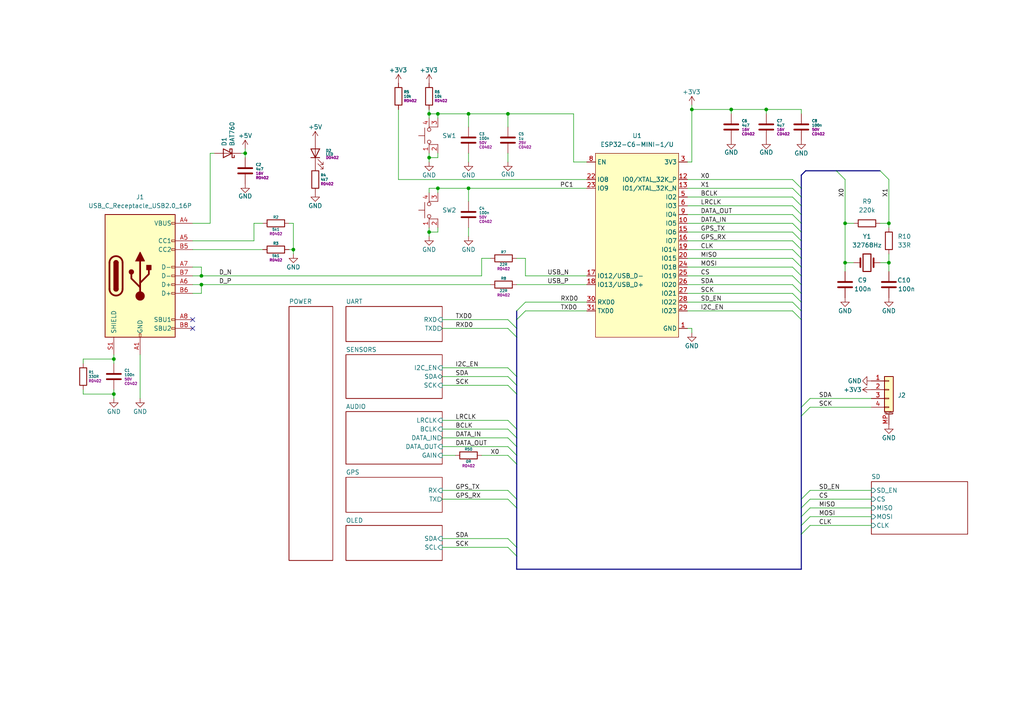
<source format=kicad_sch>
(kicad_sch (version 20250114) (generator "eeschema") (generator_version "9.0")
  (paper "A4")
  (lib_symbols
    (symbol "Connector:USB_C_Receptacle_USB2.0_16P" (pin_names (offset 1.016))
      (property "Reference" "J" (at 0 22.225 0))
      (property "Value" "USB_C_Receptacle_USB2.0_16P" (at 0 19.685 0))
      (symbol "USB_C_Receptacle_USB2.0_16P_0_0"
        (rectangle (start -0.254 -17.78) (end 0.254 -16.764))
        (rectangle (start 10.16 15.494) (end 9.144 14.986))
        (rectangle (start 10.16 10.414) (end 9.144 9.906))
        (rectangle (start 10.16 7.874) (end 9.144 7.366))
        (rectangle (start 10.16 2.794) (end 9.144 2.286))
        (rectangle (start 10.16 0.254) (end 9.144 -0.254))
        (rectangle (start 10.16 -2.286) (end 9.144 -2.794))
        (rectangle (start 10.16 -4.826) (end 9.144 -5.334))
        (rectangle (start 10.16 -12.446) (end 9.144 -12.954))
        (rectangle (start 10.16 -14.986) (end 9.144 -15.494))
      )
      (symbol "USB_C_Receptacle_USB2.0_16P_0_1"
        (rectangle (start -10.16 17.78) (end 10.16 -17.78) (stroke (width 0.254)) (fill (type background)))
        (polyline (pts (xy -8.89 -3.81) (xy -8.89 3.81)) (stroke (width 0.508)))
        (rectangle (start -7.62 -3.81) (end -6.35 3.81) (stroke (width 0.254)) (fill (type outline)))
        (arc (start -7.62 3.81) (mid -6.985 4.4423) (end -6.35 3.81) (stroke (width 0.254)))
        (arc (start -7.62 3.81) (mid -6.985 4.4423) (end -6.35 3.81) (stroke (width 0.254)) (fill (type outline)))
        (arc (start -8.89 3.81) (mid -6.985 5.7067) (end -5.08 3.81) (stroke (width 0.508)))
        (arc (start -5.08 -3.81) (mid -6.985 -5.7067) (end -8.89 -3.81) (stroke (width 0.508)))
        (arc (start -6.35 -3.81) (mid -6.985 -4.4423) (end -7.62 -3.81) (stroke (width 0.254)))
        (arc (start -6.35 -3.81) (mid -6.985 -4.4423) (end -7.62 -3.81) (stroke (width 0.254)) (fill (type outline)))
        (polyline (pts (xy -5.08 3.81) (xy -5.08 -3.81)) (stroke (width 0.508)))
        (circle (center -2.54 1.143) (radius 0.635) (stroke (width 0.254)) (fill (type outline)))
        (polyline (pts (xy -1.27 4.318) (xy 0 6.858) (xy 1.27 4.318) (xy -1.27 4.318)) (stroke (width 0.254)) (fill (type outline)))
        (polyline (pts (xy 0 -2.032) (xy 2.54 0.508) (xy 2.54 1.778)) (stroke (width 0.508)))
        (polyline (pts (xy 0 -3.302) (xy -2.54 -0.762) (xy -2.54 0.508)) (stroke (width 0.508)))
        (polyline (pts (xy 0 -5.842) (xy 0 4.318)) (stroke (width 0.508)))
        (circle (center 0 -5.842) (radius 1.27) (fill (type outline)))
        (rectangle (start 1.905 1.778) (end 3.175 3.048) (stroke (width 0.254)) (fill (type outline)))
      )
      (symbol "USB_C_Receptacle_USB2.0_16P_1_1"
        (pin passive line (at -7.62 -22.86 90) (length 5.08) (name "SHIELD") (number "S1"))
        (pin passive line (at 0 -22.86 90) (length 5.08) (name "GND") (number "A1"))
        (pin passive line (at 0 -22.86 90) (length 5.08) (hide yes) (name "GND") (number "A12"))
        (pin passive line (at 0 -22.86 90) (length 5.08) (hide yes) (name "GND") (number "B1"))
        (pin passive line (at 0 -22.86 90) (length 5.08) (hide yes) (name "GND") (number "B12"))
        (pin passive line (at 15.24 15.24 180) (length 5.08) (name "VBUS") (number "A4"))
        (pin passive line (at 15.24 15.24 180) (length 5.08) (hide yes) (name "VBUS") (number "A9"))
        (pin passive line (at 15.24 15.24 180) (length 5.08) (hide yes) (name "VBUS") (number "B4"))
        (pin passive line (at 15.24 15.24 180) (length 5.08) (hide yes) (name "VBUS") (number "B9"))
        (pin bidirectional line (at 15.24 10.16 180) (length 5.08) (name "CC1") (number "A5"))
        (pin bidirectional line (at 15.24 7.62 180) (length 5.08) (name "CC2") (number "B5"))
        (pin bidirectional line (at 15.24 2.54 180) (length 5.08) (name "D-") (number "A7"))
        (pin bidirectional line (at 15.24 0 180) (length 5.08) (name "D-") (number "B7"))
        (pin bidirectional line (at 15.24 -2.54 180) (length 5.08) (name "D+") (number "A6"))
        (pin bidirectional line (at 15.24 -5.08 180) (length 5.08) (name "D+") (number "B6"))
        (pin bidirectional line (at 15.24 -12.7 180) (length 5.08) (name "SBU1") (number "A8"))
        (pin bidirectional line (at 15.24 -15.24 180) (length 5.08) (name "SBU2") (number "B8"))
      )
    )
    (symbol "Connector_Generic_MountingPin:Conn_01x04_MountingPin" (pin_names (offset 1.016) (hide yes))
      (property "Reference" "J" (at 0 5.08 0))
      (property "Value" "Conn_01x04_MountingPin" (at 1.27 -7.62 0))
      (symbol "Conn_01x04_MountingPin_1_1"
        (rectangle (start -1.27 3.81) (end 1.27 -6.35) (stroke (width 0.254)) (fill (type background)))
        (rectangle (start -1.27 2.667) (end 0 2.413) (stroke (width 0.1524)))
        (rectangle (start -1.27 0.127) (end 0 -0.127) (stroke (width 0.1524)))
        (rectangle (start -1.27 -2.413) (end 0 -2.667) (stroke (width 0.1524)))
        (rectangle (start -1.27 -4.953) (end 0 -5.207) (stroke (width 0.1524)))
        (polyline (pts (xy -1.016 -7.112) (xy 1.016 -7.112)) (stroke (width 0.1524)))
        (text "Mounting" (at 0 -6.731 0) (effects (font (size 0.381 0.381))))
        (pin passive line (at -5.08 2.54 0) (length 3.81) (name "Pin_1") (number "1"))
        (pin passive line (at -5.08 0 0) (length 3.81) (name "Pin_2") (number "2"))
        (pin passive line (at -5.08 -2.54 0) (length 3.81) (name "Pin_3") (number "3"))
        (pin passive line (at -5.08 -5.08 0) (length 3.81) (name "Pin_4") (number "4"))
        (pin passive line (at 0 -10.16 90) (length 3.048) (name "MountPin") (number "MP"))
      )
    )
    (symbol "Device:C" (pin_numbers (hide yes)) (pin_names (offset 0.254))
      (property "Reference" "C" (at 0.635 2.54 0))
      (property "Value" "C" (at 0.635 -2.54 0))
      (symbol "C_0_1"
        (polyline (pts (xy -2.032 0.762) (xy 2.032 0.762)) (stroke (width 0.508)))
        (polyline (pts (xy -2.032 -0.762) (xy 2.032 -0.762)) (stroke (width 0.508)))
      )
      (symbol "C_1_1"
        (pin passive line (at 0 3.81 270) (length 2.794) (name "~") (number "1"))
        (pin passive line (at 0 -3.81 90) (length 2.794) (name "~") (number "2"))
      )
    )
    (symbol "Device:Crystal" (pin_numbers (hide yes)) (pin_names (offset 1.016) (hide yes))
      (property "Reference" "Y" (at 0 3.81 0))
      (property "Value" "Crystal" (at 0 -3.81 0))
      (symbol "Crystal_0_1"
        (polyline (pts (xy -2.54 0) (xy -1.905 0)))
        (polyline (pts (xy -1.905 -1.27) (xy -1.905 1.27)) (stroke (width 0.508)))
        (rectangle (start -1.143 2.54) (end 1.143 -2.54) (stroke (width 0.3048)))
        (polyline (pts (xy 1.905 -1.27) (xy 1.905 1.27)) (stroke (width 0.508)))
        (polyline (pts (xy 2.54 0) (xy 1.905 0)))
      )
      (symbol "Crystal_1_1"
        (pin passive line (at -3.81 0 0) (length 1.27) (name "1") (number "1"))
        (pin passive line (at 3.81 0 180) (length 1.27) (name "2") (number "2"))
      )
    )
    (symbol "Device:D_Schottky" (pin_numbers (hide yes)) (pin_names (offset 1.016) (hide yes))
      (property "Reference" "D" (at 0 2.54 0))
      (property "Value" "D_Schottky" (at 0 -2.54 0))
      (symbol "D_Schottky_0_1"
        (polyline (pts (xy -1.905 0.635) (xy -1.905 1.27) (xy -1.27 1.27) (xy -1.27 -1.27) (xy -0.635 -1.27) (xy -0.635 -0.635)) (stroke (width 0.254)))
        (polyline (pts (xy 1.27 1.27) (xy 1.27 -1.27) (xy -1.27 0) (xy 1.27 1.27)) (stroke (width 0.254)))
        (polyline (pts (xy 1.27 0) (xy -1.27 0)))
      )
      (symbol "D_Schottky_1_1"
        (pin passive line (at -3.81 0 0) (length 2.54) (name "K") (number "1"))
        (pin passive line (at 3.81 0 180) (length 2.54) (name "A") (number "2"))
      )
    )
    (symbol "Device:LED" (pin_numbers (hide yes)) (pin_names (offset 1.016) (hide yes))
      (property "Reference" "D" (at 0 2.54 0))
      (property "Value" "LED" (at 0 -2.54 0))
      (symbol "LED_0_1"
        (polyline (pts (xy -3.048 -0.762) (xy -4.572 -2.286) (xy -3.81 -2.286) (xy -4.572 -2.286) (xy -4.572 -1.524)))
        (polyline (pts (xy -1.778 -0.762) (xy -3.302 -2.286) (xy -2.54 -2.286) (xy -3.302 -2.286) (xy -3.302 -1.524)))
        (polyline (pts (xy -1.27 0) (xy 1.27 0)))
        (polyline (pts (xy -1.27 -1.27) (xy -1.27 1.27)) (stroke (width 0.254)))
        (polyline (pts (xy 1.27 -1.27) (xy 1.27 1.27) (xy -1.27 0) (xy 1.27 -1.27)) (stroke (width 0.254)))
      )
      (symbol "LED_1_1"
        (pin passive line (at -3.81 0 0) (length 2.54) (name "K") (number "1"))
        (pin passive line (at 3.81 0 180) (length 2.54) (name "A") (number "2"))
      )
    )
    (symbol "Device:R" (pin_numbers (hide yes)) (pin_names (offset 0))
      (property "Reference" "R" (at 2.032 0 90))
      (property "Value" "R" (at 0 0 90))
      (symbol "R_0_1"
        (rectangle (start -1.016 -2.54) (end 1.016 2.54) (stroke (width 0.254)))
      )
      (symbol "R_1_1"
        (pin passive line (at 0 3.81 270) (length 1.27) (name "~") (number "1"))
        (pin passive line (at 0 -3.81 90) (length 1.27) (name "~") (number "2"))
      )
    )
    (symbol "PrjLib:ESP32-C6-MINI-1/U"
      (property "Reference" "U" (at 1.27 1.27 0))
      (property "Value" "ESP32-C6-MINI-1/U" (at 11.43 -54.61 0))
      (symbol "ESP32-C6-MINI-1/U_1_1"
        (rectangle (start 0 0) (end 24.13 -53.34) (fill (type background)))
        (pin input line (at -2.54 -2.54 0) (length 2.54) (name "EN") (number "8"))
        (pin input line (at -2.54 -7.62 0) (length 2.54) (name "IO8") (number "22"))
        (pin input line (at -2.54 -10.16 0) (length 2.54) (name "IO9") (number "23"))
        (pin input line (at -2.54 -35.56 0) (length 2.54) (name "IO12/USB_D-") (number "17"))
        (pin input line (at -2.54 -38.1 0) (length 2.54) (name "IO13/USB_D+") (number "18"))
        (pin input line (at -2.54 -43.18 0) (length 2.54) (name "RXD0") (number "30"))
        (pin input line (at -2.54 -45.72 0) (length 2.54) (name "TXD0") (number "31"))
        (pin input line (at 26.67 -2.54 180) (length 2.54) (name "3V3") (number "3"))
        (pin input line (at 26.67 -7.62 180) (length 2.54) (name "IO0/XTAL_32K_P") (number "12"))
        (pin input line (at 26.67 -10.16 180) (length 2.54) (name "IO1/XTAL_32K_N") (number "13"))
        (pin input line (at 26.67 -12.7 180) (length 2.54) (name "IO2") (number "5"))
        (pin input line (at 26.67 -15.24 180) (length 2.54) (name "IO3") (number "6"))
        (pin input line (at 26.67 -17.78 180) (length 2.54) (name "IO4") (number "9"))
        (pin input line (at 26.67 -20.32 180) (length 2.54) (name "IO5") (number "10"))
        (pin input line (at 26.67 -22.86 180) (length 2.54) (name "IO6") (number "15"))
        (pin input line (at 26.67 -25.4 180) (length 2.54) (name "IO7") (number "16"))
        (pin input line (at 26.67 -27.94 180) (length 2.54) (name "IO14") (number "19"))
        (pin input line (at 26.67 -30.48 180) (length 2.54) (name "IO15") (number "20"))
        (pin input line (at 26.67 -33.02 180) (length 2.54) (name "IO18") (number "24"))
        (pin input line (at 26.67 -35.56 180) (length 2.54) (name "IO19") (number "25"))
        (pin input line (at 26.67 -38.1 180) (length 2.54) (name "IO20") (number "26"))
        (pin input line (at 26.67 -40.64 180) (length 2.54) (name "IO21") (number "27"))
        (pin input line (at 26.67 -43.18 180) (length 2.54) (name "IO22") (number "28"))
        (pin input line (at 26.67 -45.72 180) (length 2.54) (name "IO23") (number "29"))
        (pin input line (at 26.67 -48.26 180) (length 2.54) (hide yes) (name "NC") (number "21"))
        (pin input line (at 26.67 -48.26 180) (length 2.54) (hide yes) (name "NC") (number "32"))
        (pin input line (at 26.67 -48.26 180) (length 2.54) (hide yes) (name "NC") (number "33"))
        (pin input line (at 26.67 -48.26 180) (length 2.54) (hide yes) (name "NC") (number "34"))
        (pin input line (at 26.67 -48.26 180) (length 2.54) (hide yes) (name "NC") (number "35"))
        (pin input line (at 26.67 -48.26 180) (length 2.54) (hide yes) (name "NC") (number "4"))
        (pin input line (at 26.67 -48.26 180) (length 2.54) (hide yes) (name "NC") (number "7"))
        (pin input line (at 26.67 -50.8 180) (length 2.54) (name "GND") (number "1"))
        (pin input line (at 26.67 -50.8 180) (length 2.54) (hide yes) (name "GND") (number "11"))
        (pin input line (at 26.67 -50.8 180) (length 2.54) (hide yes) (name "GND") (number "14"))
        (pin input line (at 26.67 -50.8 180) (length 2.54) (hide yes) (name "GND") (number "2"))
        (pin input line (at 26.67 -50.8 180) (length 2.54) (hide yes) (name "GND") (number "36"))
        (pin input line (at 26.67 -50.8 180) (length 2.54) (hide yes) (name "GND") (number "37"))
        (pin input line (at 26.67 -50.8 180) (length 2.54) (hide yes) (name "GND") (number "38"))
        (pin input line (at 26.67 -50.8 180) (length 2.54) (hide yes) (name "GND") (number "39"))
        (pin input line (at 26.67 -50.8 180) (length 2.54) (hide yes) (name "GND") (number "40"))
        (pin input line (at 26.67 -50.8 180) (length 2.54) (hide yes) (name "GND") (number "41"))
        (pin input line (at 26.67 -50.8 180) (length 2.54) (hide yes) (name "GND") (number "42"))
        (pin input line (at 26.67 -50.8 180) (length 2.54) (hide yes) (name "GND") (number "43"))
        (pin input line (at 26.67 -50.8 180) (length 2.54) (hide yes) (name "GND") (number "44"))
        (pin input line (at 26.67 -50.8 180) (length 2.54) (hide yes) (name "GND") (number "45"))
        (pin input line (at 26.67 -50.8 180) (length 2.54) (hide yes) (name "GND") (number "46"))
        (pin input line (at 26.67 -50.8 180) (length 2.54) (hide yes) (name "GND") (number "47"))
        (pin input line (at 26.67 -50.8 180) (length 2.54) (hide yes) (name "GND") (number "48"))
        (pin input line (at 26.67 -50.8 180) (length 2.54) (hide yes) (name "GND") (number "49"))
        (pin input line (at 26.67 -50.8 180) (length 2.54) (hide yes) (name "GND") (number "50"))
        (pin input line (at 26.67 -50.8 180) (length 2.54) (hide yes) (name "GND") (number "51"))
        (pin input line (at 26.67 -50.8 180) (length 2.54) (hide yes) (name "GND") (number "52"))
        (pin input line (at 26.67 -50.8 180) (length 2.54) (hide yes) (name "GND") (number "53"))
      )
    )
    (symbol "Switch:SW_MEC_5E" (pin_names (offset 1.016) (hide yes))
      (property "Reference" "SW" (at 0.635 5.715 0))
      (property "Value" "SW_MEC_5E" (at 0 -3.175 0))
      (symbol "SW_MEC_5E_0_1"
        (polyline (pts (xy -2.54 0) (xy -2.54 2.54) (xy -2.286 2.54)))
        (polyline (pts (xy -2.286 3.81) (xy 2.286 3.81)))
        (circle (center -1.778 2.54) (radius 0.508))
        (polyline (pts (xy 0 3.81) (xy 0 5.588)))
        (circle (center 1.778 2.54) (radius 0.508))
        (polyline (pts (xy 2.54 0) (xy 2.54 2.54) (xy 2.286 2.54)))
        (pin passive line (at -5.08 2.54 0) (length 2.54) (name "1") (number "1"))
        (pin passive line (at -5.08 0 0) (length 2.54) (name "2") (number "2"))
        (pin passive line (at 5.08 2.54 180) (length 2.54) (name "A") (number "4"))
        (pin passive line (at 5.08 0 180) (length 2.54) (name "K") (number "3"))
      )
    )
    (symbol "power:+3V3" (power) (pin_names (offset 0))
      (property "Value" "+3V3" (at 0 3.556 0))
      (symbol "+3V3_0_1"
        (polyline (pts (xy -0.762 1.27) (xy 0 2.54)))
        (polyline (pts (xy 0 2.54) (xy 0.762 1.27)))
        (polyline (pts (xy 0 0) (xy 0 2.54)))
      )
      (symbol "+3V3_1_1"
        (pin power_in line (at 0 0 90) (length 0) (hide yes) (name "+3V3") (number "1"))
      )
    )
    (symbol "power:+5V" (power) (pin_names (offset 0))
      (property "Value" "+5V" (at 0 3.556 0))
      (symbol "+5V_0_1"
        (polyline (pts (xy -0.762 1.27) (xy 0 2.54)))
        (polyline (pts (xy 0 2.54) (xy 0.762 1.27)))
        (polyline (pts (xy 0 0) (xy 0 2.54)))
      )
      (symbol "+5V_1_1"
        (pin power_in line (at 0 0 90) (length 0) (hide yes) (name "+5V") (number "1"))
      )
    )
    (symbol "power:GND" (power) (pin_names (offset 0))
      (property "Value" "GND" (at 0 -3.81 0))
      (symbol "GND_0_1"
        (polyline (pts (xy 0 0) (xy 0 -1.27) (xy 1.27 -1.27) (xy 0 -2.54) (xy -1.27 -1.27) (xy 0 -1.27)))
      )
      (symbol "GND_1_1"
        (pin power_in line (at 0 0 270) (length 0) (hide yes) (name "GND") (number "1"))
      )
    )
  )
  (junction (at 245.11 64.77))
  (junction (at 257.81 76.2))
  (junction (at 135.89 54.61))
  (junction (at 85.09 72.39))
  (junction (at 127 54.61))
  (junction (at 245.11 76.2))
  (junction (at 71.12 44.45))
  (junction (at 257.81 64.77))
  (junction (at 124.46 67.31))
  (junction (at 58.42 82.55))
  (junction (at 200.66 31.75))
  (junction (at 33.02 114.3))
  (junction (at 124.46 33.02))
  (junction (at 147.32 33.02))
  (junction (at 58.42 80.01))
  (junction (at 212.09 31.75))
  (junction (at 135.89 33.02))
  (junction (at 124.46 45.72))
  (junction (at 33.02 104.14))
  (junction (at 127 33.02))
  (junction (at 222.25 31.75))
  (no_connect (at 55.88 92.71))
  (no_connect (at 55.88 95.25))
  (bus_entry (at 229.87 74.93) (size 2.54 2.54))
  (bus_entry (at 149.86 114.3) (size -2.54 -2.54))
  (bus_entry (at 149.86 144.78) (size -2.54 -2.54))
  (bus_entry (at 229.87 85.09) (size 2.54 2.54))
  (bus_entry (at 229.87 54.61) (size 2.54 2.54))
  (bus_entry (at 149.86 158.75) (size -2.54 -2.54))
  (bus_entry (at 229.87 80.01) (size 2.54 2.54))
  (bus_entry (at 149.86 129.54) (size -2.54 -2.54))
  (bus_entry (at 149.86 127) (size -2.54 -2.54))
  (bus_entry (at 149.86 111.76) (size -2.54 -2.54))
  (bus_entry (at 232.41 118.11) (size 2.54 -2.54))
  (bus_entry (at 149.86 124.46) (size -2.54 -2.54))
  (bus_entry (at 232.41 147.32) (size 2.54 -2.54))
  (bus_entry (at 232.41 120.65) (size 2.54 -2.54))
  (bus_entry (at 229.87 59.69) (size 2.54 2.54))
  (bus_entry (at 149.86 92.71) (size 2.54 -2.54))
  (bus_entry (at 149.86 90.17) (size 2.54 -2.54))
  (bus_entry (at 229.87 57.15) (size 2.54 2.54))
  (bus_entry (at 229.87 64.77) (size 2.54 2.54))
  (bus_entry (at 149.86 97.79) (size -2.54 -2.54))
  (bus_entry (at 255.27 49.53) (size 2.54 2.54))
  (bus_entry (at 229.87 69.85) (size 2.54 2.54))
  (bus_entry (at 229.87 67.31) (size 2.54 2.54))
  (bus_entry (at 149.86 109.22) (size -2.54 -2.54))
  (bus_entry (at 229.87 52.07) (size 2.54 2.54))
  (bus_entry (at 229.87 82.55) (size 2.54 2.54))
  (bus_entry (at 229.87 72.39) (size 2.54 2.54))
  (bus_entry (at 242.57 49.53) (size 2.54 2.54))
  (bus_entry (at 149.86 95.25) (size -2.54 -2.54))
  (bus_entry (at 149.86 147.32) (size -2.54 -2.54))
  (bus_entry (at 229.87 77.47) (size 2.54 2.54))
  (bus_entry (at 149.86 134.62) (size -2.54 -2.54))
  (bus_entry (at 149.86 161.29) (size -2.54 -2.54))
  (bus_entry (at 229.87 87.63) (size 2.54 2.54))
  (bus_entry (at 232.41 154.94) (size 2.54 -2.54))
  (bus_entry (at 232.41 152.4) (size 2.54 -2.54))
  (bus_entry (at 232.41 144.78) (size 2.54 -2.54))
  (bus_entry (at 229.87 90.17) (size 2.54 2.54))
  (bus_entry (at 229.87 62.23) (size 2.54 2.54))
  (bus_entry (at 149.86 132.08) (size -2.54 -2.54))
  (bus_entry (at 232.41 149.86) (size 2.54 -2.54))
  (wire (pts (xy 199.39 82.55) (xy 229.87 82.55)))
  (wire (pts (xy 135.89 33.02) (xy 135.89 36.83)))
  (bus (pts (xy 149.86 144.78) (xy 149.86 147.32)))
  (bus (pts (xy 232.41 82.55) (xy 232.41 85.09)))
  (bus (pts (xy 149.86 134.62) (xy 149.86 144.78)))
  (wire (pts (xy 234.95 147.32) (xy 252.73 147.32)))
  (wire (pts (xy 199.39 64.77) (xy 229.87 64.77)))
  (bus (pts (xy 232.41 90.17) (xy 232.41 92.71)))
  (wire (pts (xy 152.4 87.63) (xy 170.18 87.63)))
  (wire (pts (xy 199.39 69.85) (xy 229.87 69.85)))
  (wire (pts (xy 199.39 90.17) (xy 229.87 90.17)))
  (bus (pts (xy 232.41 74.93) (xy 232.41 77.47)))
  (wire (pts (xy 128.27 158.75) (xy 147.32 158.75)))
  (wire (pts (xy 60.96 44.45) (xy 62.23 44.45)))
  (bus (pts (xy 232.41 144.78) (xy 232.41 147.32)))
  (wire (pts (xy 152.4 90.17) (xy 170.18 90.17)))
  (wire (pts (xy 147.32 33.02) (xy 147.32 36.83)))
  (wire (pts (xy 200.66 95.25) (xy 200.66 96.52)))
  (wire (pts (xy 222.25 31.75) (xy 222.25 33.02)))
  (bus (pts (xy 242.57 49.53) (xy 255.27 49.53)))
  (wire (pts (xy 115.57 31.75) (xy 115.57 52.07)))
  (wire (pts (xy 147.32 33.02) (xy 166.37 33.02)))
  (bus (pts (xy 232.41 118.11) (xy 232.41 120.65)))
  (bus (pts (xy 149.86 124.46) (xy 149.86 127)))
  (wire (pts (xy 135.89 54.61) (xy 135.89 58.42)))
  (wire (pts (xy 58.42 82.55) (xy 142.24 82.55)))
  (wire (pts (xy 199.39 46.99) (xy 200.66 46.99)))
  (wire (pts (xy 33.02 102.87) (xy 33.02 104.14)))
  (wire (pts (xy 135.89 44.45) (xy 135.89 46.99)))
  (bus (pts (xy 149.86 165.1) (xy 232.41 165.1)))
  (wire (pts (xy 127 45.72) (xy 124.46 45.72)))
  (wire (pts (xy 55.88 64.77) (xy 60.96 64.77)))
  (bus (pts (xy 149.86 114.3) (xy 149.86 124.46)))
  (wire (pts (xy 128.27 106.68) (xy 147.32 106.68)))
  (wire (pts (xy 24.13 105.41) (xy 24.13 104.14)))
  (wire (pts (xy 127 33.02) (xy 135.89 33.02)))
  (wire (pts (xy 199.39 85.09) (xy 229.87 85.09)))
  (wire (pts (xy 139.7 132.08) (xy 147.32 132.08)))
  (wire (pts (xy 255.27 76.2) (xy 257.81 76.2)))
  (wire (pts (xy 245.11 64.77) (xy 245.11 76.2)))
  (wire (pts (xy 124.46 46.99) (xy 124.46 45.72)))
  (wire (pts (xy 135.89 66.04) (xy 135.89 68.58)))
  (wire (pts (xy 166.37 46.99) (xy 170.18 46.99)))
  (wire (pts (xy 199.39 87.63) (xy 229.87 87.63)))
  (bus (pts (xy 149.86 109.22) (xy 149.86 111.76)))
  (wire (pts (xy 69.85 44.45) (xy 71.12 44.45)))
  (wire (pts (xy 60.96 64.77) (xy 60.96 44.45)))
  (bus (pts (xy 149.86 111.76) (xy 149.86 114.3)))
  (wire (pts (xy 128.27 127) (xy 147.32 127)))
  (wire (pts (xy 152.4 74.93) (xy 152.4 80.01)))
  (wire (pts (xy 33.02 114.3) (xy 33.02 113.03)))
  (wire (pts (xy 212.09 31.75) (xy 222.25 31.75)))
  (wire (pts (xy 199.39 67.31) (xy 229.87 67.31)))
  (bus (pts (xy 232.41 69.85) (xy 232.41 72.39)))
  (wire (pts (xy 128.27 111.76) (xy 147.32 111.76)))
  (bus (pts (xy 242.57 49.53) (xy 233.68 49.53)))
  (wire (pts (xy 199.39 95.25) (xy 200.66 95.25)))
  (wire (pts (xy 234.95 144.78) (xy 252.73 144.78)))
  (wire (pts (xy 55.88 77.47) (xy 58.42 77.47)))
  (wire (pts (xy 124.46 34.29) (xy 124.46 33.02)))
  (bus (pts (xy 149.86 129.54) (xy 149.86 132.08)))
  (wire (pts (xy 199.39 52.07) (xy 229.87 52.07)))
  (wire (pts (xy 257.81 73.66) (xy 257.81 76.2)))
  (bus (pts (xy 232.41 87.63) (xy 232.41 90.17)))
  (wire (pts (xy 200.66 31.75) (xy 212.09 31.75)))
  (wire (pts (xy 127 54.61) (xy 135.89 54.61)))
  (bus (pts (xy 232.41 154.94) (xy 232.41 165.1)))
  (bus (pts (xy 232.41 72.39) (xy 232.41 74.93)))
  (wire (pts (xy 200.66 31.75) (xy 200.66 30.48)))
  (bus (pts (xy 149.86 92.71) (xy 149.86 95.25)))
  (wire (pts (xy 128.27 121.92) (xy 147.32 121.92)))
  (bus (pts (xy 149.86 127) (xy 149.86 129.54)))
  (wire (pts (xy 199.39 54.61) (xy 229.87 54.61)))
  (wire (pts (xy 199.39 57.15) (xy 229.87 57.15)))
  (wire (pts (xy 73.66 64.77) (xy 76.2 64.77)))
  (wire (pts (xy 128.27 92.71) (xy 147.32 92.71)))
  (wire (pts (xy 234.95 118.11) (xy 252.73 118.11)))
  (wire (pts (xy 124.46 33.02) (xy 127 33.02)))
  (wire (pts (xy 127 33.02) (xy 127 34.29)))
  (wire (pts (xy 257.81 52.07) (xy 257.81 64.77)))
  (wire (pts (xy 55.88 85.09) (xy 58.42 85.09)))
  (wire (pts (xy 232.41 33.02) (xy 232.41 31.75)))
  (wire (pts (xy 245.11 76.2) (xy 247.65 76.2)))
  (wire (pts (xy 199.39 59.69) (xy 229.87 59.69)))
  (wire (pts (xy 124.46 55.88) (xy 124.46 54.61)))
  (wire (pts (xy 24.13 114.3) (xy 33.02 114.3)))
  (wire (pts (xy 55.88 72.39) (xy 76.2 72.39)))
  (wire (pts (xy 147.32 44.45) (xy 147.32 46.99)))
  (wire (pts (xy 149.86 74.93) (xy 152.4 74.93)))
  (wire (pts (xy 128.27 129.54) (xy 147.32 129.54)))
  (wire (pts (xy 127 67.31) (xy 124.46 67.31)))
  (wire (pts (xy 127 44.45) (xy 127 45.72)))
  (wire (pts (xy 128.27 95.25) (xy 147.32 95.25)))
  (wire (pts (xy 24.13 113.03) (xy 24.13 114.3)))
  (bus (pts (xy 149.86 161.29) (xy 149.86 165.1)))
  (wire (pts (xy 199.39 74.93) (xy 229.87 74.93)))
  (wire (pts (xy 199.39 77.47) (xy 229.87 77.47)))
  (bus (pts (xy 232.41 152.4) (xy 232.41 154.94)))
  (bus (pts (xy 149.86 90.17) (xy 149.86 92.71)))
  (bus (pts (xy 232.41 54.61) (xy 232.41 57.15)))
  (bus (pts (xy 232.41 80.01) (xy 232.41 82.55)))
  (bus (pts (xy 232.41 120.65) (xy 232.41 144.78)))
  (bus (pts (xy 232.41 50.8) (xy 232.41 54.61)))
  (wire (pts (xy 135.89 54.61) (xy 170.18 54.61)))
  (wire (pts (xy 73.66 69.85) (xy 55.88 69.85)))
  (bus (pts (xy 232.41 64.77) (xy 232.41 67.31)))
  (wire (pts (xy 124.46 45.72) (xy 124.46 44.45)))
  (wire (pts (xy 40.64 115.57) (xy 40.64 102.87)))
  (wire (pts (xy 247.65 64.77) (xy 245.11 64.77)))
  (wire (pts (xy 58.42 80.01) (xy 58.42 77.47)))
  (wire (pts (xy 73.66 64.77) (xy 73.66 69.85)))
  (wire (pts (xy 24.13 104.14) (xy 33.02 104.14)))
  (wire (pts (xy 149.86 82.55) (xy 170.18 82.55)))
  (bus (pts (xy 149.86 147.32) (xy 149.86 158.75)))
  (wire (pts (xy 127 66.04) (xy 127 67.31)))
  (wire (pts (xy 128.27 156.21) (xy 147.32 156.21)))
  (wire (pts (xy 200.66 46.99) (xy 200.66 31.75)))
  (wire (pts (xy 257.81 64.77) (xy 257.81 66.04)))
  (wire (pts (xy 234.95 152.4) (xy 252.73 152.4)))
  (wire (pts (xy 222.25 31.75) (xy 232.41 31.75)))
  (wire (pts (xy 234.95 149.86) (xy 252.73 149.86)))
  (wire (pts (xy 71.12 44.45) (xy 71.12 45.72)))
  (wire (pts (xy 135.89 33.02) (xy 147.32 33.02)))
  (wire (pts (xy 234.95 115.57) (xy 252.73 115.57)))
  (wire (pts (xy 124.46 67.31) (xy 124.46 66.04)))
  (wire (pts (xy 85.09 72.39) (xy 85.09 73.66)))
  (wire (pts (xy 128.27 124.46) (xy 147.32 124.46)))
  (wire (pts (xy 33.02 104.14) (xy 33.02 105.41)))
  (bus (pts (xy 232.41 77.47) (xy 232.41 80.01)))
  (bus (pts (xy 232.41 50.8) (xy 233.68 49.53)))
  (bus (pts (xy 149.86 132.08) (xy 149.86 134.62)))
  (wire (pts (xy 152.4 80.01) (xy 170.18 80.01)))
  (wire (pts (xy 128.27 142.24) (xy 147.32 142.24)))
  (wire (pts (xy 199.39 62.23) (xy 229.87 62.23)))
  (bus (pts (xy 232.41 67.31) (xy 232.41 69.85)))
  (wire (pts (xy 55.88 80.01) (xy 58.42 80.01)))
  (wire (pts (xy 128.27 132.08) (xy 132.08 132.08)))
  (wire (pts (xy 124.46 31.75) (xy 124.46 33.02)))
  (wire (pts (xy 127 54.61) (xy 127 55.88)))
  (wire (pts (xy 128.27 144.78) (xy 147.32 144.78)))
  (bus (pts (xy 149.86 97.79) (xy 149.86 109.22)))
  (wire (pts (xy 85.09 72.39) (xy 83.82 72.39)))
  (bus (pts (xy 232.41 57.15) (xy 232.41 59.69)))
  (wire (pts (xy 139.7 74.93) (xy 139.7 80.01)))
  (bus (pts (xy 149.86 95.25) (xy 149.86 97.79)))
  (bus (pts (xy 232.41 92.71) (xy 232.41 118.11)))
  (bus (pts (xy 232.41 59.69) (xy 232.41 62.23)))
  (wire (pts (xy 124.46 54.61) (xy 127 54.61)))
  (wire (pts (xy 71.12 43.18) (xy 71.12 44.45)))
  (wire (pts (xy 55.88 82.55) (xy 58.42 82.55)))
  (wire (pts (xy 199.39 80.01) (xy 229.87 80.01)))
  (wire (pts (xy 257.81 76.2) (xy 257.81 78.74)))
  (wire (pts (xy 245.11 52.07) (xy 245.11 64.77)))
  (wire (pts (xy 58.42 82.55) (xy 58.42 85.09)))
  (wire (pts (xy 139.7 80.01) (xy 58.42 80.01)))
  (wire (pts (xy 255.27 64.77) (xy 257.81 64.77)))
  (wire (pts (xy 85.09 64.77) (xy 85.09 72.39)))
  (wire (pts (xy 128.27 109.22) (xy 147.32 109.22)))
  (wire (pts (xy 124.46 68.58) (xy 124.46 67.31)))
  (wire (pts (xy 199.39 72.39) (xy 229.87 72.39)))
  (bus (pts (xy 232.41 149.86) (xy 232.41 152.4)))
  (wire (pts (xy 33.02 115.57) (xy 33.02 114.3)))
  (wire (pts (xy 212.09 31.75) (xy 212.09 33.02)))
  (wire (pts (xy 115.57 52.07) (xy 170.18 52.07)))
  (bus (pts (xy 149.86 158.75) (xy 149.86 161.29)))
  (bus (pts (xy 232.41 147.32) (xy 232.41 149.86)))
  (wire (pts (xy 83.82 64.77) (xy 85.09 64.77)))
  (wire (pts (xy 245.11 78.74) (xy 245.11 76.2)))
  (wire (pts (xy 142.24 74.93) (xy 139.7 74.93)))
  (wire (pts (xy 166.37 33.02) (xy 166.37 46.99)))
  (bus (pts (xy 232.41 62.23) (xy 232.41 64.77)))
  (bus (pts (xy 232.41 85.09) (xy 232.41 87.63)))
  (wire (pts (xy 234.95 142.24) (xy 252.73 142.24)))
  (label "SD_EN" (at 237.49 142.24 0))
  (label "SDA" (at 132.08 156.21 0))
  (label "PC1" (at 166.37 54.61 180))
  (label "X1" (at 257.81 57.15 90))
  (label "GPS_RX" (at 132.08 144.78 0))
  (label "X0" (at 203.2 52.07 0))
  (label "CS" (at 203.2 80.01 0))
  (label "SCK" (at 132.08 158.75 0))
  (label "LRCLK" (at 132.08 121.92 0))
  (label "DATA_IN" (at 203.2 64.77 0))
  (label "MISO" (at 203.2 74.93 0))
  (label "MISO" (at 237.49 147.32 0))
  (label "CLK" (at 237.49 152.4 0))
  (label "TXD0" (at 162.56 90.17 0))
  (label "DATA_IN" (at 132.08 127 0))
  (label "X0" (at 245.11 57.15 90))
  (label "SDA" (at 132.08 109.22 0))
  (label "X1" (at 203.2 54.61 0))
  (label "SD_EN" (at 203.2 87.63 0))
  (label "USB_N" (at 158.75 80.01 0))
  (label "DATA_OUT" (at 132.08 129.54 0))
  (label "SDA" (at 203.2 82.55 0))
  (label "USB_P" (at 158.75 82.55 0))
  (label "SCK" (at 203.2 85.09 0))
  (label "D_P" (at 63.5 82.55 0))
  (label "SCK" (at 237.49 118.11 0))
  (label "RXD0" (at 162.56 87.63 0))
  (label "BCLK" (at 203.2 57.15 0))
  (label "CLK" (at 203.2 72.39 0))
  (label "GPS_RX" (at 203.2 69.85 0))
  (label "MOSI" (at 203.2 77.47 0))
  (label "SDA" (at 237.49 115.57 0))
  (label "TXD0" (at 132.08 92.71 0))
  (label "RXD0" (at 132.08 95.25 0))
  (label "X0" (at 142.24 132.08 0))
  (label "I2C_EN" (at 203.2 90.17 0))
  (label "DATA_OUT" (at 203.2 62.23 0))
  (label "LRCLK" (at 203.2 59.69 0))
  (label "I2C_EN" (at 132.08 106.68 0))
  (label "D_N" (at 63.5 80.01 0))
  (label "MOSI" (at 237.49 149.86 0))
  (label "BCLK" (at 132.08 124.46 0))
  (label "GPS_TX" (at 203.2 67.31 0))
  (label "GPS_TX" (at 132.08 142.24 0))
  (label "CS" (at 237.49 144.78 0))
  (label "SCK" (at 132.08 111.76 0))
  (symbol (lib_id "Device:C") (at 222.25 36.83 0) (unit 1)
    (property "Reference" "C7" (at 225.298 35.052 0) (effects (font (size 0.762 0.762)) (justify left)))
    (property "Value" "4u7" (at 225.298 36.322 0) (effects (font (size 0.762 0.762)) (justify left)))
    (property "Footprint" "Capacitor_SMD:C_0402_1005Metric" (effects (hide yes)))
    (property "Description" "Unpolarized capacitor" (effects (hide yes)))
    (property "Field5" "C0402" (at 225.298 38.862 0) (effects (font (size 0.762 0.762)) (justify left)))
    (property "Field6" "16V" (at 225.298 37.592 0) (effects (font (size 0.762 0.762)) (justify left)))
  )
  (symbol (lib_id "Switch:SW_MEC_5E") (at 127 60.96 90) (unit 1)
    (property "Reference" "SW2" (at 128.27 60.9599 90) (effects (justify right)))
    (property "Value" "1TS026A-2300-0553-CT" (effects (hide yes)))
    (property "Footprint" "PrjLib:1TS026A-2300-0553-CT" (effects (hide yes)))
    (property "Datasheet" "http://www.apem.com/int/index.php?controller=attachment&id_attachment=1371" (effects (hide yes)))
    (property "Description" "MEC 5E single pole normally-open tactile switch" (effects (hide yes)))
  )
  (symbol (lib_id "power:GND") (at 135.89 46.99 0) (mirror y) (unit 1)
    (property "Reference" "#PWR012" (effects (hide yes)))
    (property "Value" "GND" (at 135.89 50.8 0))
  )
  (symbol (lib_id "Device:R") (at 257.81 69.85 180) (unit 1)
    (property "Reference" "R10" (at 260.35 68.5799 0) (effects (justify right)))
    (property "Value" "33R" (at 260.35 71.1199 0) (effects (justify right)))
    (property "Footprint" "Resistor_SMD:R_0402_1005Metric" (effects (hide yes)))
    (property "Description" "Resistor" (effects (hide yes)))
  )
  (symbol (lib_id "Device:C") (at 135.89 40.64 0) (unit 1)
    (property "Reference" "C3" (at 138.938 38.862 0) (effects (font (size 0.762 0.762)) (justify left)))
    (property "Value" "100n" (at 138.938 40.132 0) (effects (font (size 0.762 0.762)) (justify left)))
    (property "Footprint" "Capacitor_SMD:C_0402_1005Metric" (effects (hide yes)))
    (property "Description" "Unpolarized capacitor" (effects (hide yes)))
    (property "Field5" "C0402" (at 138.938 42.672 0) (effects (font (size 0.762 0.762)) (justify left)))
    (property "Field6" "50V" (at 138.938 41.402 0) (effects (font (size 0.762 0.762)) (justify left)))
  )
  (symbol (lib_id "Device:C") (at 245.11 82.55 0) (mirror y) (unit 1)
    (property "Reference" "C9" (at 251.46 81.28 0) (effects (justify left)))
    (property "Value" "100n" (at 252.73 83.82 0) (effects (justify left)))
    (property "Footprint" "Capacitor_SMD:C_0402_1005Metric" (effects (hide yes)))
  )
  (symbol (lib_id "power:GND") (at 257.81 86.36 0) (mirror y) (unit 1)
    (property "Reference" "#PWR023" (effects (hide yes)))
    (property "Value" "GND" (at 257.81 90.17 0))
  )
  (symbol (lib_id "power:+5V") (at 91.44 40.64 0) (unit 1)
    (property "Reference" "#PWR06" (effects (hide yes)))
    (property "Value" "+5V" (at 91.44 36.83 0))
  )
  (symbol (lib_id "Device:R") (at 124.46 27.94 180) (unit 1)
    (property "Reference" "R6" (at 125.984 26.67 0) (effects (font (size 0.762 0.762)) (justify right)))
    (property "Value" "10k" (at 125.984 27.94 0) (effects (font (size 0.762 0.762)) (justify right)))
    (property "Footprint" "PCM_Resistor_SMD_AKL:R_0402_1005Metric" (effects (hide yes)))
    (property "Description" "Resistor" (effects (hide yes)))
    (property "Field5" "R0402" (at 125.984 29.21 0) (effects (font (size 0.762 0.762)) (justify right)))
  )
  (symbol (lib_id "power:GND") (at 212.09 40.64 0) (unit 1)
    (property "Reference" "#PWR017" (effects (hide yes)))
    (property "Value" "GND" (at 212.09 44.196 0))
    (property "Description" "Power symbol creates a global label with name \"GND\" , ground" (effects (hide yes)))
  )
  (symbol (lib_id "Device:R") (at 91.44 52.07 180) (unit 1)
    (property "Reference" "R4" (at 92.964 50.8 0) (effects (font (size 0.762 0.762)) (justify right)))
    (property "Value" "4k7" (at 92.964 52.07 0) (effects (font (size 0.762 0.762)) (justify right)))
    (property "Footprint" "PCM_Resistor_SMD_AKL:R_0402_1005Metric" (effects (hide yes)))
    (property "Description" "Resistor" (effects (hide yes)))
    (property "Field5" "R0402" (at 92.964 53.34 0) (effects (font (size 0.762 0.762)) (justify right)))
  )
  (symbol (lib_id "power:GND") (at 222.25 40.64 0) (unit 1)
    (property "Reference" "#PWR018" (effects (hide yes)))
    (property "Value" "GND" (at 222.25 44.196 0))
    (property "Description" "Power symbol creates a global label with name \"GND\" , ground" (effects (hide yes)))
  )
  (symbol (lib_id "Device:D_Schottky") (at 66.04 44.45 180) (unit 1)
    (property "Reference" "D1" (at 65.024 42.418 90) (effects (justify right)))
    (property "Value" "BAT760" (at 67.31 42.418 90) (effects (justify right)))
    (property "Footprint" "Diode_SMD:D_SOD-323" (effects (hide yes)))
    (property "Description" "Schottky diode" (effects (hide yes)))
  )
  (symbol (lib_id "power:GND") (at 124.46 68.58 0) (mirror y) (unit 1)
    (property "Reference" "#PWR011" (effects (hide yes)))
    (property "Value" "GND" (at 124.46 72.39 0))
  )
  (symbol (lib_id "power:GND") (at 71.12 53.34 0) (unit 1)
    (property "Reference" "#PWR04" (effects (hide yes)))
    (property "Value" "GND" (at 71.12 56.896 0))
    (property "Description" "Power symbol creates a global label with name \"GND\" , ground" (effects (hide yes)))
  )
  (symbol (lib_id "power:GND") (at 91.44 55.88 0) (unit 1)
    (property "Reference" "#PWR07" (effects (hide yes)))
    (property "Value" "GND" (at 91.44 59.69 0))
  )
  (symbol (lib_id "Device:C") (at 71.12 49.53 0) (unit 1)
    (property "Reference" "C2" (at 74.168 47.752 0) (effects (font (size 0.762 0.762)) (justify left)))
    (property "Value" "4u7" (at 74.168 49.022 0) (effects (font (size 0.762 0.762)) (justify left)))
    (property "Footprint" "Capacitor_SMD:C_0402_1005Metric" (effects (hide yes)))
    (property "Description" "Unpolarized capacitor" (effects (hide yes)))
    (property "Field5" "R0402" (at 74.168 51.562 0) (effects (font (size 0.762 0.762)) (justify left)))
    (property "Field6" "16V" (at 74.168 50.292 0) (effects (font (size 0.762 0.762)) (justify left)))
  )
  (symbol (lib_id "power:GND") (at 124.46 46.99 0) (mirror y) (unit 1)
    (property "Reference" "#PWR010" (effects (hide yes)))
    (property "Value" "GND" (at 124.46 50.8 0))
  )
  (symbol (lib_id "power:GND") (at 135.89 68.58 0) (mirror y) (unit 1)
    (property "Reference" "#PWR013" (effects (hide yes)))
    (property "Value" "GND" (at 135.89 72.39 0))
  )
  (symbol (lib_id "PrjLib:ESP32-C6-MINI-1/U") (at 172.72 44.45 0) (unit 1)
    (property "Reference" "U1" (at 184.785 39.37 0))
    (property "Value" "ESP32-C6-MINI-1/U" (at 184.785 41.91 0))
    (property "Footprint" "RF_Module:ESP32-C6-MINI-1" (effects (hide yes)))
  )
  (symbol (lib_id "Device:C") (at 212.09 36.83 0) (unit 1)
    (property "Reference" "C6" (at 215.138 35.052 0) (effects (font (size 0.762 0.762)) (justify left)))
    (property "Value" "4u7" (at 215.138 36.322 0) (effects (font (size 0.762 0.762)) (justify left)))
    (property "Footprint" "Capacitor_SMD:C_0402_1005Metric" (effects (hide yes)))
    (property "Description" "Unpolarized capacitor" (effects (hide yes)))
    (property "Field5" "C0402" (at 215.138 38.862 0) (effects (font (size 0.762 0.762)) (justify left)))
    (property "Field6" "16V" (at 215.138 37.592 0) (effects (font (size 0.762 0.762)) (justify left)))
  )
  (symbol (lib_id "power:+3V3") (at 124.46 24.13 0) (mirror y) (unit 1)
    (property "Reference" "#PWR09" (effects (hide yes)))
    (property "Value" "+3V3" (at 127 20.32 0) (effects (justify left)))
  )
  (symbol (lib_id "Switch:SW_MEC_5E") (at 127 39.37 90) (unit 1)
    (property "Reference" "SW1" (at 128.27 39.3699 90) (effects (justify right)))
    (property "Value" "1TS026A-2300-0553-CT" (effects (hide yes)))
    (property "Footprint" "PrjLib:1TS026A-2300-0553-CT" (effects (hide yes)))
    (property "Datasheet" "http://www.apem.com/int/index.php?controller=attachment&id_attachment=1371" (effects (hide yes)))
    (property "Description" "MEC 5E single pole normally-open tactile switch" (effects (hide yes)))
  )
  (symbol (lib_id "power:GND") (at 200.66 96.52 0) (unit 1)
    (property "Reference" "#PWR016" (effects (hide yes)))
    (property "Value" "GND" (at 200.66 100.33 0))
  )
  (symbol (lib_id "Device:C") (at 147.32 40.64 0) (unit 1)
    (property "Reference" "C5" (at 150.368 38.862 0) (effects (font (size 0.762 0.762)) (justify left)))
    (property "Value" "1u" (at 150.368 40.132 0) (effects (font (size 0.762 0.762)) (justify left)))
    (property "Footprint" "Capacitor_SMD:C_0402_1005Metric" (effects (hide yes)))
    (property "Description" "Unpolarized capacitor" (effects (hide yes)))
    (property "Field5" "C0402" (at 150.368 42.672 0) (effects (font (size 0.762 0.762)) (justify left)))
    (property "Field6" "25V" (at 150.368 41.402 0) (effects (font (size 0.762 0.762)) (justify left)))
  )
  (symbol (lib_id "Device:R") (at 80.01 64.77 270) (unit 1)
    (property "Reference" "R2" (at 80.01 62.992 90) (effects (font (size 0.762 0.762))))
    (property "Value" "5k1" (at 80.01 66.548 90) (effects (font (size 0.762 0.762))))
    (property "Footprint" "PCM_Resistor_SMD_AKL:R_0402_1005Metric" (effects (hide yes)))
    (property "Description" "Resistor" (effects (hide yes)))
    (property "Field5" "R0402" (at 80.01 67.818 90) (effects (font (size 0.762 0.762))))
  )
  (symbol (lib_id "Device:LED") (at 91.44 44.45 90) (unit 1)
    (property "Reference" "D2" (at 94.488 43.688 90) (effects (font (size 0.762 0.762)) (justify right)))
    (property "Value" "LED" (at 94.488 44.704 90) (effects (font (size 0.762 0.762)) (justify right)))
    (property "Footprint" "Diode_SMD:D_0402_1005Metric" (effects (hide yes)))
    (property "Field5" "D0402" (at 94.488 45.72 90) (effects (font (size 0.762 0.762)) (justify right)))
  )
  (symbol (lib_id "power:GND") (at 232.41 40.64 0) (mirror y) (unit 1)
    (property "Reference" "#PWR019" (effects (hide yes)))
    (property "Value" "GND" (at 232.41 44.45 0))
  )
  (symbol (lib_id "Device:C") (at 33.02 109.22 0) (unit 1)
    (property "Reference" "C1" (at 36.068 107.442 0) (effects (font (size 0.762 0.762)) (justify left)))
    (property "Value" "100n" (at 36.068 108.712 0) (effects (font (size 0.762 0.762)) (justify left)))
    (property "Footprint" "Capacitor_SMD:C_0402_1005Metric" (effects (hide yes)))
    (property "Description" "Unpolarized capacitor" (effects (hide yes)))
    (property "Field5" "C0402" (at 36.068 111.252 0) (effects (font (size 0.762 0.762)) (justify left)))
    (property "Field6" "50V" (at 36.068 109.982 0) (effects (font (size 0.762 0.762)) (justify left)))
  )
  (symbol (lib_id "power:GND") (at 147.32 46.99 0) (unit 1)
    (property "Reference" "#PWR014" (effects (hide yes)))
    (property "Value" "GND" (at 147.32 50.546 0))
    (property "Description" "Power symbol creates a global label with name \"GND\" , ground" (effects (hide yes)))
  )
  (symbol (lib_id "power:+5V") (at 71.12 43.18 0) (mirror y) (unit 1)
    (property "Reference" "#PWR03" (effects (hide yes)))
    (property "Value" "+5V" (at 71.12 39.37 0))
  )
  (symbol (lib_id "Device:R") (at 146.05 74.93 270) (unit 1)
    (property "Reference" "R7" (at 146.05 73.152 90) (effects (font (size 0.762 0.762))))
    (property "Value" "22R" (at 146.05 76.708 90) (effects (font (size 0.762 0.762))))
    (property "Footprint" "PCM_Resistor_SMD_AKL:R_0402_1005Metric" (effects (hide yes)))
    (property "Description" "Resistor" (effects (hide yes)))
    (property "Field5" "R0402" (at 146.05 77.978 90) (effects (font (size 0.762 0.762))))
  )
  (symbol (lib_id "Device:R") (at 251.46 64.77 90) (unit 1)
    (property "Reference" "R9" (at 251.46 58.42 90))
    (property "Value" "220k" (at 251.46 60.96 90))
    (property "Footprint" "Resistor_SMD:R_0402_1005Metric" (effects (hide yes)))
    (property "Description" "Resistor" (effects (hide yes)))
  )
  (symbol (lib_id "power:+3V3") (at 252.73 113.03 90) (mirror x) (unit 1)
    (property "Reference" "#PWR022" (effects (hide yes)))
    (property "Value" "+3V3" (at 249.936 113.03 90) (effects (justify left)))
  )
  (symbol (lib_id "Device:R") (at 24.13 109.22 180) (unit 1)
    (property "Reference" "R1" (at 25.654 107.95 0) (effects (font (size 0.762 0.762)) (justify right)))
    (property "Value" "330R" (at 25.654 109.22 0) (effects (font (size 0.762 0.762)) (justify right)))
    (property "Footprint" "PCM_Resistor_SMD_AKL:R_0402_1005Metric" (effects (hide yes)))
    (property "Description" "Resistor" (effects (hide yes)))
    (property "Field5" "R0402" (at 25.654 110.49 0) (effects (font (size 0.762 0.762)) (justify right)))
  )
  (symbol (lib_id "power:GND") (at 85.09 73.66 0) (mirror y) (unit 1)
    (property "Reference" "#PWR05" (effects (hide yes)))
    (property "Value" "GND" (at 85.09 77.47 0))
  )
  (symbol (lib_id "power:GND") (at 252.73 110.49 270) (mirror x) (unit 1)
    (property "Reference" "#PWR021" (effects (hide yes)))
    (property "Value" "GND" (at 247.904 110.49 90))
  )
  (symbol (lib_id "power:+3V3") (at 200.66 30.48 0) (mirror y) (unit 1)
    (property "Reference" "#PWR015" (effects (hide yes)))
    (property "Value" "+3V3" (at 203.2 26.67 0) (effects (justify left)))
  )
  (symbol (lib_id "Device:R") (at 135.89 132.08 270) (unit 1)
    (property "Reference" "R50" (at 135.89 130.302 90) (effects (font (size 0.762 0.762))))
    (property "Value" "0R" (at 135.89 133.858 90) (effects (font (size 0.762 0.762))))
    (property "Footprint" "PCM_Resistor_SMD_AKL:R_0402_1005Metric" (effects (hide yes)))
    (property "Description" "Resistor" (effects (hide yes)))
    (property "Field5" "R0402" (at 135.89 135.128 90) (effects (font (size 0.762 0.762))))
  )
  (symbol (lib_id "Device:C") (at 257.81 82.55 0) (mirror y) (unit 1)
    (property "Reference" "C10" (at 264.16 81.28 0) (effects (justify left)))
    (property "Value" "100n" (at 265.43 83.82 0) (effects (justify left)))
    (property "Footprint" "Capacitor_SMD:C_0402_1005Metric" (effects (hide yes)))
  )
  (symbol (lib_id "power:GND") (at 245.11 86.36 0) (mirror y) (unit 1)
    (property "Reference" "#PWR020" (effects (hide yes)))
    (property "Value" "GND" (at 245.11 90.17 0))
  )
  (symbol (lib_id "Device:R") (at 80.01 72.39 270) (unit 1)
    (property "Reference" "R3" (at 80.01 70.612 90) (effects (font (size 0.762 0.762))))
    (property "Value" "5k1" (at 80.01 74.168 90) (effects (font (size 0.762 0.762))))
    (property "Footprint" "PCM_Resistor_SMD_AKL:R_0402_1005Metric" (effects (hide yes)))
    (property "Description" "Resistor" (effects (hide yes)))
    (property "Field5" "R0402" (at 80.01 75.438 90) (effects (font (size 0.762 0.762))))
  )
  (symbol (lib_id "power:GND") (at 40.64 115.57 0) (unit 1)
    (property "Reference" "#PWR02" (effects (hide yes)))
    (property "Value" "GND" (at 40.64 119.38 0))
  )
  (symbol (lib_id "power:GND") (at 257.81 123.19 0) (mirror y) (unit 1)
    (property "Reference" "#PWR024" (effects (hide yes)))
    (property "Value" "GND" (at 257.81 127 0))
  )
  (symbol (lib_id "Connector_Generic_MountingPin:Conn_01x04_MountingPin") (at 257.81 113.03 0) (unit 1)
    (property "Reference" "J2" (at 260.35 114.6555 0) (effects (justify left)))
    (property "Value" "Conn_01x04_MountingPin" (effects (hide yes)))
    (property "Footprint" "Connector_JST:JST_SH_SM04B-SRSS-TB_1x04-1MP_P1.00mm_Horizontal" (effects (hide yes)))
    (property "Description" "Generic connectable mounting pin connector, single row, 01x04, script generated (kicad-library-utils/schlib/autogen/connector/)" (effects (hide yes)))
  )
  (symbol (lib_id "power:GND") (at 33.02 115.57 0) (unit 1)
    (property "Reference" "#PWR01" (effects (hide yes)))
    (property "Value" "GND" (at 33.02 119.38 0))
  )
  (symbol (lib_id "Device:R") (at 115.57 27.94 180) (unit 1)
    (property "Reference" "R5" (at 117.094 26.67 0) (effects (font (size 0.762 0.762)) (justify right)))
    (property "Value" "10k" (at 117.094 27.94 0) (effects (font (size 0.762 0.762)) (justify right)))
    (property "Footprint" "PCM_Resistor_SMD_AKL:R_0402_1005Metric" (effects (hide yes)))
    (property "Description" "Resistor" (effects (hide yes)))
    (property "Field5" "R0402" (at 117.094 29.21 0) (effects (font (size 0.762 0.762)) (justify right)))
  )
  (symbol (lib_id "power:+3V3") (at 115.57 24.13 0) (mirror y) (unit 1)
    (property "Reference" "#PWR08" (effects (hide yes)))
    (property "Value" "+3V3" (at 118.11 20.32 0) (effects (justify left)))
  )
  (symbol (lib_id "Device:R") (at 146.05 82.55 270) (unit 1)
    (property "Reference" "R8" (at 146.05 80.772 90) (effects (font (size 0.762 0.762))))
    (property "Value" "22R" (at 146.05 84.328 90) (effects (font (size 0.762 0.762))))
    (property "Footprint" "PCM_Resistor_SMD_AKL:R_0402_1005Metric" (effects (hide yes)))
    (property "Description" "Resistor" (effects (hide yes)))
    (property "Field5" "R0402" (at 146.05 85.598 90) (effects (font (size 0.762 0.762))))
  )
  (symbol (lib_id "Device:Crystal") (at 251.46 76.2 0) (unit 1)
    (property "Reference" "Y1" (at 251.46 68.58 0))
    (property "Value" "32768Hz" (at 251.46 71.12 0))
    (property "Footprint" "Crystal:Crystal_SMD_2012-2Pin_2.0x1.2mm" (effects (hide yes)))
    (property "Description" "Two pin crystal" (effects (hide yes)))
  )
  (symbol (lib_id "Device:C") (at 135.89 62.23 0) (unit 1)
    (property "Reference" "C4" (at 138.938 60.452 0) (effects (font (size 0.762 0.762)) (justify left)))
    (property "Value" "100n" (at 138.938 61.722 0) (effects (font (size 0.762 0.762)) (justify left)))
    (property "Footprint" "Capacitor_SMD:C_0402_1005Metric" (effects (hide yes)))
    (property "Description" "Unpolarized capacitor" (effects (hide yes)))
    (property "Field5" "C0402" (at 138.938 64.262 0) (effects (font (size 0.762 0.762)) (justify left)))
    (property "Field6" "50V" (at 138.938 62.992 0) (effects (font (size 0.762 0.762)) (justify left)))
  )
  (symbol (lib_id "Device:C") (at 232.41 36.83 0) (unit 1)
    (property "Reference" "C8" (at 235.458 35.052 0) (effects (font (size 0.762 0.762)) (justify left)))
    (property "Value" "100n" (at 235.458 36.322 0) (effects (font (size 0.762 0.762)) (justify left)))
    (property "Footprint" "Capacitor_SMD:C_0402_1005Metric" (effects (hide yes)))
    (property "Description" "Unpolarized capacitor" (effects (hide yes)))
    (property "Field5" "C0402" (at 235.458 38.862 0) (effects (font (size 0.762 0.762)) (justify left)))
    (property "Field6" "50V" (at 235.458 37.592 0) (effects (font (size 0.762 0.762)) (justify left)))
  )
  (symbol (lib_id "Connector:USB_C_Receptacle_USB2.0_16P") (at 40.64 80.01 0) (unit 1)
    (property "Reference" "J1" (at 40.64 57.15 0))
    (property "Value" "USB_C_Receptacle_USB2.0_16P" (at 40.64 59.69 0))
    (property "Footprint" "Connector_USB:USB_C_Receptacle_Palconn_UTC16-G" (effects (hide yes)))
    (property "Datasheet" "https://www.usb.org/sites/default/files/documents/usb_type-c.zip" (effects (hide yes)))
  )
  (sheet (at 100.33 152.4) (size 27.94 10.16) (stroke (width 0.1524))
    (property "Sheetname" "OLED" (at 100.33 151.6884 0) (effects (justify left bottom)))
    (property "Sheetfile" "OLED.kicad_sch" (effects (hide yes)))
    (pin "SCL" input (at 128.27 158.75 0))
    (pin "SDA" input (at 128.27 156.21 0))
  )
  (sheet (at 83.82 88.9) (size 12.7 73.66) (stroke (width 0.1524))
    (property "Sheetname" "POWER" (at 83.82 88.1884 0) (effects (justify left bottom)))
    (property "Sheetfile" "POWER.kicad_sch" (effects (hide yes)))
  )
  (sheet (at 100.33 119.38) (size 27.94 15.24) (stroke (width 0.1524))
    (property "Sheetname" "AUDIO" (at 100.33 118.6684 0) (effects (justify left bottom)))
    (property "Sheetfile" "AUDIO.kicad_sch" (effects (hide yes)))
    (pin "BCLK" input (at 128.27 124.46 0))
    (pin "LRCLK" input (at 128.27 121.92 0))
    (pin "DATA_IN" output (at 128.27 127 0))
    (pin "DATA_OUT" input (at 128.27 129.54 0))
    (pin "GAIN" input (at 128.27 132.08 0))
  )
  (sheet (at 100.33 88.9) (size 27.94 10.16) (stroke (width 0.1524))
    (property "Sheetname" "UART" (at 100.33 88.1884 0) (effects (justify left bottom)))
    (property "Sheetfile" "UART.kicad_sch" (effects (hide yes)))
    (pin "RXD" input (at 128.27 92.71 0))
    (pin "TXD" output (at 128.27 95.25 0))
  )
  (sheet (at 100.33 102.87) (size 27.94 12.7) (stroke (width 0.1524))
    (property "Sheetname" "SENSORS" (at 100.33 102.1584 0) (effects (justify left bottom)))
    (property "Sheetfile" "SENSORS.kicad_sch" (effects (hide yes)))
    (pin "SDA" bidirectional (at 128.27 109.22 0))
    (pin "I2C_EN" input (at 128.27 106.68 0))
    (pin "SCK" input (at 128.27 111.76 0))
  )
  (sheet (at 100.33 138.43) (size 27.94 10.16) (stroke (width 0.1524))
    (property "Sheetname" "GPS" (at 100.33 137.7184 0) (effects (justify left bottom)))
    (property "Sheetfile" "GPS.kicad_sch" (effects (hide yes)))
    (pin "TX" output (at 128.27 144.78 0))
    (pin "RX" input (at 128.27 142.24 0))
  )
  (sheet (at 252.73 139.7) (size 27.94 15.24) (stroke (width 0.1524))
    (property "Sheetname" "SD" (at 252.73 138.9884 0) (effects (justify left bottom)))
    (property "Sheetfile" "SD.kicad_sch" (effects (hide yes)))
    (pin "CS" input (at 252.73 144.78 180))
    (pin "SD_EN" input (at 252.73 142.24 180))
    (pin "MISO" input (at 252.73 147.32 180))
    (pin "MOSI" input (at 252.73 149.86 180))
    (pin "CLK" input (at 252.73 152.4 180))
  )
)
</source>
